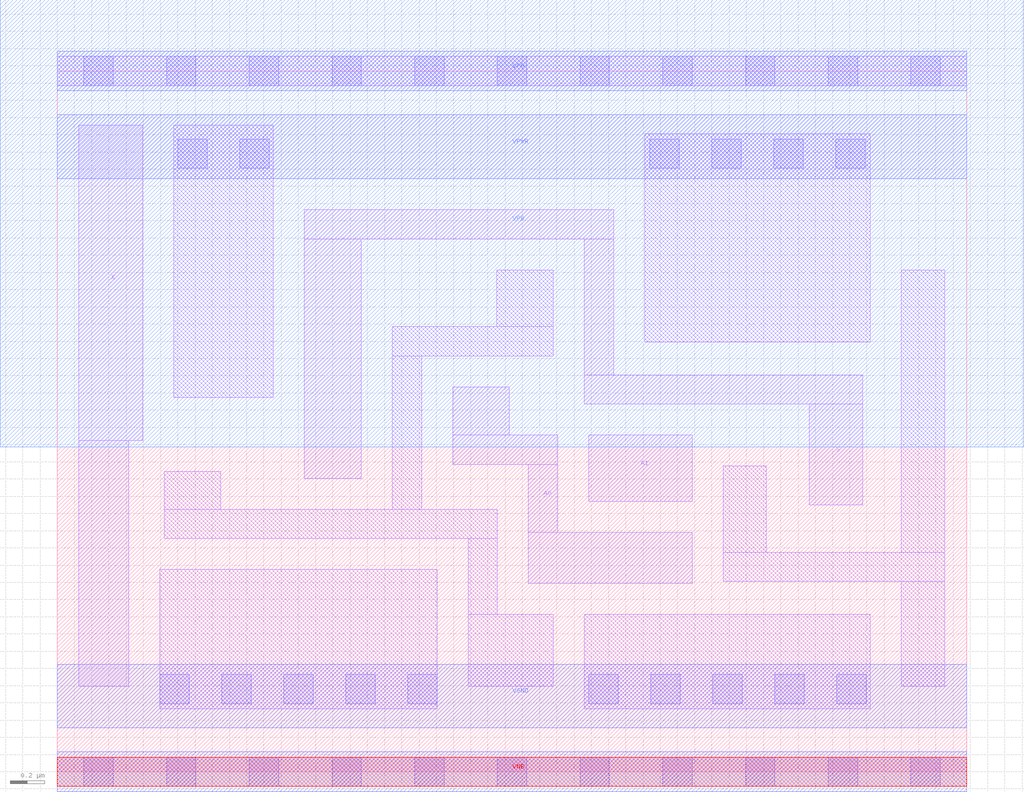
<source format=lef>
# Copyright 2020 The SkyWater PDK Authors
#
# Licensed under the Apache License, Version 2.0 (the "License");
# you may not use this file except in compliance with the License.
# You may obtain a copy of the License at
#
#     https://www.apache.org/licenses/LICENSE-2.0
#
# Unless required by applicable law or agreed to in writing, software
# distributed under the License is distributed on an "AS IS" BASIS,
# WITHOUT WARRANTIES OR CONDITIONS OF ANY KIND, either express or implied.
# See the License for the specific language governing permissions and
# limitations under the License.
#
# SPDX-License-Identifier: Apache-2.0

VERSION 5.7 ;
  NOWIREEXTENSIONATPIN ON ;
  DIVIDERCHAR "/" ;
  BUSBITCHARS "[]" ;
MACRO sky130_fd_sc_hvl__mux2_1
  CLASS CORE ;
  FOREIGN sky130_fd_sc_hvl__mux2_1 ;
  ORIGIN  0.000000  0.000000 ;
  SIZE  5.280000 BY  4.070000 ;
  SYMMETRY X Y ;
  SITE unithv ;
  PIN A0
    ANTENNAGATEAREA  0.420000 ;
    DIRECTION INPUT ;
    USE SIGNAL ;
    PORT
      LAYER li1 ;
        RECT 2.295000 1.785000 2.905000 1.955000 ;
        RECT 2.295000 1.955000 2.625000 2.235000 ;
        RECT 2.735000 1.095000 3.685000 1.390000 ;
        RECT 2.735000 1.390000 2.905000 1.785000 ;
    END
  END A0
  PIN A1
    ANTENNAGATEAREA  0.420000 ;
    DIRECTION INPUT ;
    USE SIGNAL ;
    PORT
      LAYER li1 ;
        RECT 3.085000 1.570000 3.685000 1.955000 ;
    END
  END A1
  PIN S
    ANTENNAGATEAREA  0.840000 ;
    DIRECTION INPUT ;
    USE SIGNAL ;
    PORT
      LAYER li1 ;
        RECT 1.435000 1.705000 1.765000 3.095000 ;
        RECT 1.435000 3.095000 3.230000 3.265000 ;
        RECT 3.060000 2.135000 4.675000 2.305000 ;
        RECT 3.060000 2.305000 3.230000 3.095000 ;
        RECT 4.365000 1.550000 4.675000 2.135000 ;
    END
  END S
  PIN X
    ANTENNADIFFAREA  0.641250 ;
    DIRECTION OUTPUT ;
    USE SIGNAL ;
    PORT
      LAYER li1 ;
        RECT 0.125000 0.495000 0.415000 1.925000 ;
        RECT 0.125000 1.925000 0.495000 3.755000 ;
    END
  END X
  PIN VGND
    DIRECTION INOUT ;
    USE GROUND ;
    PORT
      LAYER met1 ;
        RECT 0.000000 0.255000 5.280000 0.625000 ;
    END
  END VGND
  PIN VNB
    DIRECTION INOUT ;
    USE GROUND ;
    PORT
      LAYER met1 ;
        RECT 0.000000 -0.115000 5.280000 0.115000 ;
      LAYER pwell ;
        RECT 0.000000 -0.085000 5.280000 0.085000 ;
    END
  END VNB
  PIN VPB
    DIRECTION INOUT ;
    USE POWER ;
    PORT
      LAYER met1 ;
        RECT 0.000000 3.955000 5.280000 4.185000 ;
      LAYER nwell ;
        RECT -0.330000 1.885000 5.610000 4.485000 ;
    END
  END VPB
  PIN VPWR
    DIRECTION INOUT ;
    USE POWER ;
    PORT
      LAYER met1 ;
        RECT 0.000000 3.445000 5.280000 3.815000 ;
    END
  END VPWR
  OBS
    LAYER li1 ;
      RECT 0.000000 -0.085000 5.280000 0.085000 ;
      RECT 0.000000  3.985000 5.280000 4.155000 ;
      RECT 0.595000  0.365000 2.205000 1.175000 ;
      RECT 0.620000  1.355000 2.555000 1.525000 ;
      RECT 0.620000  1.525000 0.950000 1.745000 ;
      RECT 0.675000  2.175000 1.255000 3.755000 ;
      RECT 1.945000  1.525000 2.115000 2.415000 ;
      RECT 1.945000  2.415000 2.880000 2.585000 ;
      RECT 2.385000  0.495000 2.880000 0.915000 ;
      RECT 2.385000  0.915000 2.555000 1.355000 ;
      RECT 2.550000  2.585000 2.880000 2.915000 ;
      RECT 3.060000  0.365000 4.720000 0.915000 ;
      RECT 3.410000  2.495000 4.720000 3.705000 ;
      RECT 3.865000  1.105000 5.150000 1.275000 ;
      RECT 3.865000  1.275000 4.115000 1.775000 ;
      RECT 4.900000  0.495000 5.150000 1.105000 ;
      RECT 4.900000  1.275000 5.150000 2.915000 ;
    LAYER mcon ;
      RECT 0.155000 -0.085000 0.325000 0.085000 ;
      RECT 0.155000  3.985000 0.325000 4.155000 ;
      RECT 0.595000  0.395000 0.765000 0.565000 ;
      RECT 0.635000 -0.085000 0.805000 0.085000 ;
      RECT 0.635000  3.985000 0.805000 4.155000 ;
      RECT 0.700000  3.505000 0.870000 3.675000 ;
      RECT 0.955000  0.395000 1.125000 0.565000 ;
      RECT 1.060000  3.505000 1.230000 3.675000 ;
      RECT 1.115000 -0.085000 1.285000 0.085000 ;
      RECT 1.115000  3.985000 1.285000 4.155000 ;
      RECT 1.315000  0.395000 1.485000 0.565000 ;
      RECT 1.595000 -0.085000 1.765000 0.085000 ;
      RECT 1.595000  3.985000 1.765000 4.155000 ;
      RECT 1.675000  0.395000 1.845000 0.565000 ;
      RECT 2.035000  0.395000 2.205000 0.565000 ;
      RECT 2.075000 -0.085000 2.245000 0.085000 ;
      RECT 2.075000  3.985000 2.245000 4.155000 ;
      RECT 2.555000 -0.085000 2.725000 0.085000 ;
      RECT 2.555000  3.985000 2.725000 4.155000 ;
      RECT 3.035000 -0.085000 3.205000 0.085000 ;
      RECT 3.035000  3.985000 3.205000 4.155000 ;
      RECT 3.085000  0.395000 3.255000 0.565000 ;
      RECT 3.440000  3.505000 3.610000 3.675000 ;
      RECT 3.445000  0.395000 3.615000 0.565000 ;
      RECT 3.515000 -0.085000 3.685000 0.085000 ;
      RECT 3.515000  3.985000 3.685000 4.155000 ;
      RECT 3.800000  3.505000 3.970000 3.675000 ;
      RECT 3.805000  0.395000 3.975000 0.565000 ;
      RECT 3.995000 -0.085000 4.165000 0.085000 ;
      RECT 3.995000  3.985000 4.165000 4.155000 ;
      RECT 4.160000  3.505000 4.330000 3.675000 ;
      RECT 4.165000  0.395000 4.335000 0.565000 ;
      RECT 4.475000 -0.085000 4.645000 0.085000 ;
      RECT 4.475000  3.985000 4.645000 4.155000 ;
      RECT 4.520000  3.505000 4.690000 3.675000 ;
      RECT 4.525000  0.395000 4.695000 0.565000 ;
      RECT 4.955000 -0.085000 5.125000 0.085000 ;
      RECT 4.955000  3.985000 5.125000 4.155000 ;
  END
END sky130_fd_sc_hvl__mux2_1
END LIBRARY

</source>
